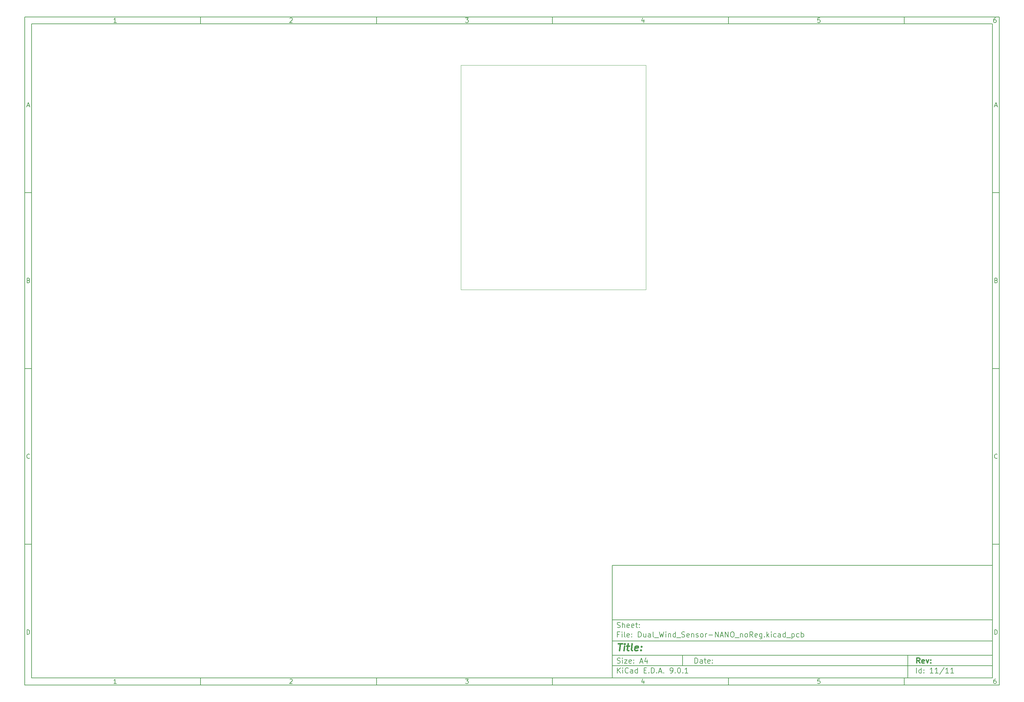
<source format=gbr>
%TF.GenerationSoftware,KiCad,Pcbnew,9.0.1*%
%TF.CreationDate,2025-07-06T08:30:04+03:00*%
%TF.ProjectId,Dual_Wind_Sensor-NANO_noReg,4475616c-5f57-4696-9e64-5f53656e736f,rev?*%
%TF.SameCoordinates,Original*%
%TF.FileFunction,Profile,NP*%
%FSLAX46Y46*%
G04 Gerber Fmt 4.6, Leading zero omitted, Abs format (unit mm)*
G04 Created by KiCad (PCBNEW 9.0.1) date 2025-07-06 08:30:04*
%MOMM*%
%LPD*%
G01*
G04 APERTURE LIST*
%ADD10C,0.100000*%
%ADD11C,0.150000*%
%ADD12C,0.300000*%
%ADD13C,0.400000*%
%TA.AperFunction,Profile*%
%ADD14C,0.038100*%
%TD*%
G04 APERTURE END LIST*
D10*
D11*
X177002200Y-166007200D02*
X285002200Y-166007200D01*
X285002200Y-198007200D01*
X177002200Y-198007200D01*
X177002200Y-166007200D01*
D10*
D11*
X10000000Y-10000000D02*
X287002200Y-10000000D01*
X287002200Y-200007200D01*
X10000000Y-200007200D01*
X10000000Y-10000000D01*
D10*
D11*
X12000000Y-12000000D02*
X285002200Y-12000000D01*
X285002200Y-198007200D01*
X12000000Y-198007200D01*
X12000000Y-12000000D01*
D10*
D11*
X60000000Y-12000000D02*
X60000000Y-10000000D01*
D10*
D11*
X110000000Y-12000000D02*
X110000000Y-10000000D01*
D10*
D11*
X160000000Y-12000000D02*
X160000000Y-10000000D01*
D10*
D11*
X210000000Y-12000000D02*
X210000000Y-10000000D01*
D10*
D11*
X260000000Y-12000000D02*
X260000000Y-10000000D01*
D10*
D11*
X36089160Y-11593604D02*
X35346303Y-11593604D01*
X35717731Y-11593604D02*
X35717731Y-10293604D01*
X35717731Y-10293604D02*
X35593922Y-10479319D01*
X35593922Y-10479319D02*
X35470112Y-10603128D01*
X35470112Y-10603128D02*
X35346303Y-10665033D01*
D10*
D11*
X85346303Y-10417414D02*
X85408207Y-10355509D01*
X85408207Y-10355509D02*
X85532017Y-10293604D01*
X85532017Y-10293604D02*
X85841541Y-10293604D01*
X85841541Y-10293604D02*
X85965350Y-10355509D01*
X85965350Y-10355509D02*
X86027255Y-10417414D01*
X86027255Y-10417414D02*
X86089160Y-10541223D01*
X86089160Y-10541223D02*
X86089160Y-10665033D01*
X86089160Y-10665033D02*
X86027255Y-10850747D01*
X86027255Y-10850747D02*
X85284398Y-11593604D01*
X85284398Y-11593604D02*
X86089160Y-11593604D01*
D10*
D11*
X135284398Y-10293604D02*
X136089160Y-10293604D01*
X136089160Y-10293604D02*
X135655826Y-10788842D01*
X135655826Y-10788842D02*
X135841541Y-10788842D01*
X135841541Y-10788842D02*
X135965350Y-10850747D01*
X135965350Y-10850747D02*
X136027255Y-10912652D01*
X136027255Y-10912652D02*
X136089160Y-11036461D01*
X136089160Y-11036461D02*
X136089160Y-11345985D01*
X136089160Y-11345985D02*
X136027255Y-11469795D01*
X136027255Y-11469795D02*
X135965350Y-11531700D01*
X135965350Y-11531700D02*
X135841541Y-11593604D01*
X135841541Y-11593604D02*
X135470112Y-11593604D01*
X135470112Y-11593604D02*
X135346303Y-11531700D01*
X135346303Y-11531700D02*
X135284398Y-11469795D01*
D10*
D11*
X185965350Y-10726938D02*
X185965350Y-11593604D01*
X185655826Y-10231700D02*
X185346303Y-11160271D01*
X185346303Y-11160271D02*
X186151064Y-11160271D01*
D10*
D11*
X236027255Y-10293604D02*
X235408207Y-10293604D01*
X235408207Y-10293604D02*
X235346303Y-10912652D01*
X235346303Y-10912652D02*
X235408207Y-10850747D01*
X235408207Y-10850747D02*
X235532017Y-10788842D01*
X235532017Y-10788842D02*
X235841541Y-10788842D01*
X235841541Y-10788842D02*
X235965350Y-10850747D01*
X235965350Y-10850747D02*
X236027255Y-10912652D01*
X236027255Y-10912652D02*
X236089160Y-11036461D01*
X236089160Y-11036461D02*
X236089160Y-11345985D01*
X236089160Y-11345985D02*
X236027255Y-11469795D01*
X236027255Y-11469795D02*
X235965350Y-11531700D01*
X235965350Y-11531700D02*
X235841541Y-11593604D01*
X235841541Y-11593604D02*
X235532017Y-11593604D01*
X235532017Y-11593604D02*
X235408207Y-11531700D01*
X235408207Y-11531700D02*
X235346303Y-11469795D01*
D10*
D11*
X285965350Y-10293604D02*
X285717731Y-10293604D01*
X285717731Y-10293604D02*
X285593922Y-10355509D01*
X285593922Y-10355509D02*
X285532017Y-10417414D01*
X285532017Y-10417414D02*
X285408207Y-10603128D01*
X285408207Y-10603128D02*
X285346303Y-10850747D01*
X285346303Y-10850747D02*
X285346303Y-11345985D01*
X285346303Y-11345985D02*
X285408207Y-11469795D01*
X285408207Y-11469795D02*
X285470112Y-11531700D01*
X285470112Y-11531700D02*
X285593922Y-11593604D01*
X285593922Y-11593604D02*
X285841541Y-11593604D01*
X285841541Y-11593604D02*
X285965350Y-11531700D01*
X285965350Y-11531700D02*
X286027255Y-11469795D01*
X286027255Y-11469795D02*
X286089160Y-11345985D01*
X286089160Y-11345985D02*
X286089160Y-11036461D01*
X286089160Y-11036461D02*
X286027255Y-10912652D01*
X286027255Y-10912652D02*
X285965350Y-10850747D01*
X285965350Y-10850747D02*
X285841541Y-10788842D01*
X285841541Y-10788842D02*
X285593922Y-10788842D01*
X285593922Y-10788842D02*
X285470112Y-10850747D01*
X285470112Y-10850747D02*
X285408207Y-10912652D01*
X285408207Y-10912652D02*
X285346303Y-11036461D01*
D10*
D11*
X60000000Y-198007200D02*
X60000000Y-200007200D01*
D10*
D11*
X110000000Y-198007200D02*
X110000000Y-200007200D01*
D10*
D11*
X160000000Y-198007200D02*
X160000000Y-200007200D01*
D10*
D11*
X210000000Y-198007200D02*
X210000000Y-200007200D01*
D10*
D11*
X260000000Y-198007200D02*
X260000000Y-200007200D01*
D10*
D11*
X36089160Y-199600804D02*
X35346303Y-199600804D01*
X35717731Y-199600804D02*
X35717731Y-198300804D01*
X35717731Y-198300804D02*
X35593922Y-198486519D01*
X35593922Y-198486519D02*
X35470112Y-198610328D01*
X35470112Y-198610328D02*
X35346303Y-198672233D01*
D10*
D11*
X85346303Y-198424614D02*
X85408207Y-198362709D01*
X85408207Y-198362709D02*
X85532017Y-198300804D01*
X85532017Y-198300804D02*
X85841541Y-198300804D01*
X85841541Y-198300804D02*
X85965350Y-198362709D01*
X85965350Y-198362709D02*
X86027255Y-198424614D01*
X86027255Y-198424614D02*
X86089160Y-198548423D01*
X86089160Y-198548423D02*
X86089160Y-198672233D01*
X86089160Y-198672233D02*
X86027255Y-198857947D01*
X86027255Y-198857947D02*
X85284398Y-199600804D01*
X85284398Y-199600804D02*
X86089160Y-199600804D01*
D10*
D11*
X135284398Y-198300804D02*
X136089160Y-198300804D01*
X136089160Y-198300804D02*
X135655826Y-198796042D01*
X135655826Y-198796042D02*
X135841541Y-198796042D01*
X135841541Y-198796042D02*
X135965350Y-198857947D01*
X135965350Y-198857947D02*
X136027255Y-198919852D01*
X136027255Y-198919852D02*
X136089160Y-199043661D01*
X136089160Y-199043661D02*
X136089160Y-199353185D01*
X136089160Y-199353185D02*
X136027255Y-199476995D01*
X136027255Y-199476995D02*
X135965350Y-199538900D01*
X135965350Y-199538900D02*
X135841541Y-199600804D01*
X135841541Y-199600804D02*
X135470112Y-199600804D01*
X135470112Y-199600804D02*
X135346303Y-199538900D01*
X135346303Y-199538900D02*
X135284398Y-199476995D01*
D10*
D11*
X185965350Y-198734138D02*
X185965350Y-199600804D01*
X185655826Y-198238900D02*
X185346303Y-199167471D01*
X185346303Y-199167471D02*
X186151064Y-199167471D01*
D10*
D11*
X236027255Y-198300804D02*
X235408207Y-198300804D01*
X235408207Y-198300804D02*
X235346303Y-198919852D01*
X235346303Y-198919852D02*
X235408207Y-198857947D01*
X235408207Y-198857947D02*
X235532017Y-198796042D01*
X235532017Y-198796042D02*
X235841541Y-198796042D01*
X235841541Y-198796042D02*
X235965350Y-198857947D01*
X235965350Y-198857947D02*
X236027255Y-198919852D01*
X236027255Y-198919852D02*
X236089160Y-199043661D01*
X236089160Y-199043661D02*
X236089160Y-199353185D01*
X236089160Y-199353185D02*
X236027255Y-199476995D01*
X236027255Y-199476995D02*
X235965350Y-199538900D01*
X235965350Y-199538900D02*
X235841541Y-199600804D01*
X235841541Y-199600804D02*
X235532017Y-199600804D01*
X235532017Y-199600804D02*
X235408207Y-199538900D01*
X235408207Y-199538900D02*
X235346303Y-199476995D01*
D10*
D11*
X285965350Y-198300804D02*
X285717731Y-198300804D01*
X285717731Y-198300804D02*
X285593922Y-198362709D01*
X285593922Y-198362709D02*
X285532017Y-198424614D01*
X285532017Y-198424614D02*
X285408207Y-198610328D01*
X285408207Y-198610328D02*
X285346303Y-198857947D01*
X285346303Y-198857947D02*
X285346303Y-199353185D01*
X285346303Y-199353185D02*
X285408207Y-199476995D01*
X285408207Y-199476995D02*
X285470112Y-199538900D01*
X285470112Y-199538900D02*
X285593922Y-199600804D01*
X285593922Y-199600804D02*
X285841541Y-199600804D01*
X285841541Y-199600804D02*
X285965350Y-199538900D01*
X285965350Y-199538900D02*
X286027255Y-199476995D01*
X286027255Y-199476995D02*
X286089160Y-199353185D01*
X286089160Y-199353185D02*
X286089160Y-199043661D01*
X286089160Y-199043661D02*
X286027255Y-198919852D01*
X286027255Y-198919852D02*
X285965350Y-198857947D01*
X285965350Y-198857947D02*
X285841541Y-198796042D01*
X285841541Y-198796042D02*
X285593922Y-198796042D01*
X285593922Y-198796042D02*
X285470112Y-198857947D01*
X285470112Y-198857947D02*
X285408207Y-198919852D01*
X285408207Y-198919852D02*
X285346303Y-199043661D01*
D10*
D11*
X10000000Y-60000000D02*
X12000000Y-60000000D01*
D10*
D11*
X10000000Y-110000000D02*
X12000000Y-110000000D01*
D10*
D11*
X10000000Y-160000000D02*
X12000000Y-160000000D01*
D10*
D11*
X10690476Y-35222176D02*
X11309523Y-35222176D01*
X10566666Y-35593604D02*
X10999999Y-34293604D01*
X10999999Y-34293604D02*
X11433333Y-35593604D01*
D10*
D11*
X11092857Y-84912652D02*
X11278571Y-84974557D01*
X11278571Y-84974557D02*
X11340476Y-85036461D01*
X11340476Y-85036461D02*
X11402380Y-85160271D01*
X11402380Y-85160271D02*
X11402380Y-85345985D01*
X11402380Y-85345985D02*
X11340476Y-85469795D01*
X11340476Y-85469795D02*
X11278571Y-85531700D01*
X11278571Y-85531700D02*
X11154761Y-85593604D01*
X11154761Y-85593604D02*
X10659523Y-85593604D01*
X10659523Y-85593604D02*
X10659523Y-84293604D01*
X10659523Y-84293604D02*
X11092857Y-84293604D01*
X11092857Y-84293604D02*
X11216666Y-84355509D01*
X11216666Y-84355509D02*
X11278571Y-84417414D01*
X11278571Y-84417414D02*
X11340476Y-84541223D01*
X11340476Y-84541223D02*
X11340476Y-84665033D01*
X11340476Y-84665033D02*
X11278571Y-84788842D01*
X11278571Y-84788842D02*
X11216666Y-84850747D01*
X11216666Y-84850747D02*
X11092857Y-84912652D01*
X11092857Y-84912652D02*
X10659523Y-84912652D01*
D10*
D11*
X11402380Y-135469795D02*
X11340476Y-135531700D01*
X11340476Y-135531700D02*
X11154761Y-135593604D01*
X11154761Y-135593604D02*
X11030952Y-135593604D01*
X11030952Y-135593604D02*
X10845238Y-135531700D01*
X10845238Y-135531700D02*
X10721428Y-135407890D01*
X10721428Y-135407890D02*
X10659523Y-135284080D01*
X10659523Y-135284080D02*
X10597619Y-135036461D01*
X10597619Y-135036461D02*
X10597619Y-134850747D01*
X10597619Y-134850747D02*
X10659523Y-134603128D01*
X10659523Y-134603128D02*
X10721428Y-134479319D01*
X10721428Y-134479319D02*
X10845238Y-134355509D01*
X10845238Y-134355509D02*
X11030952Y-134293604D01*
X11030952Y-134293604D02*
X11154761Y-134293604D01*
X11154761Y-134293604D02*
X11340476Y-134355509D01*
X11340476Y-134355509D02*
X11402380Y-134417414D01*
D10*
D11*
X10659523Y-185593604D02*
X10659523Y-184293604D01*
X10659523Y-184293604D02*
X10969047Y-184293604D01*
X10969047Y-184293604D02*
X11154761Y-184355509D01*
X11154761Y-184355509D02*
X11278571Y-184479319D01*
X11278571Y-184479319D02*
X11340476Y-184603128D01*
X11340476Y-184603128D02*
X11402380Y-184850747D01*
X11402380Y-184850747D02*
X11402380Y-185036461D01*
X11402380Y-185036461D02*
X11340476Y-185284080D01*
X11340476Y-185284080D02*
X11278571Y-185407890D01*
X11278571Y-185407890D02*
X11154761Y-185531700D01*
X11154761Y-185531700D02*
X10969047Y-185593604D01*
X10969047Y-185593604D02*
X10659523Y-185593604D01*
D10*
D11*
X287002200Y-60000000D02*
X285002200Y-60000000D01*
D10*
D11*
X287002200Y-110000000D02*
X285002200Y-110000000D01*
D10*
D11*
X287002200Y-160000000D02*
X285002200Y-160000000D01*
D10*
D11*
X285692676Y-35222176D02*
X286311723Y-35222176D01*
X285568866Y-35593604D02*
X286002199Y-34293604D01*
X286002199Y-34293604D02*
X286435533Y-35593604D01*
D10*
D11*
X286095057Y-84912652D02*
X286280771Y-84974557D01*
X286280771Y-84974557D02*
X286342676Y-85036461D01*
X286342676Y-85036461D02*
X286404580Y-85160271D01*
X286404580Y-85160271D02*
X286404580Y-85345985D01*
X286404580Y-85345985D02*
X286342676Y-85469795D01*
X286342676Y-85469795D02*
X286280771Y-85531700D01*
X286280771Y-85531700D02*
X286156961Y-85593604D01*
X286156961Y-85593604D02*
X285661723Y-85593604D01*
X285661723Y-85593604D02*
X285661723Y-84293604D01*
X285661723Y-84293604D02*
X286095057Y-84293604D01*
X286095057Y-84293604D02*
X286218866Y-84355509D01*
X286218866Y-84355509D02*
X286280771Y-84417414D01*
X286280771Y-84417414D02*
X286342676Y-84541223D01*
X286342676Y-84541223D02*
X286342676Y-84665033D01*
X286342676Y-84665033D02*
X286280771Y-84788842D01*
X286280771Y-84788842D02*
X286218866Y-84850747D01*
X286218866Y-84850747D02*
X286095057Y-84912652D01*
X286095057Y-84912652D02*
X285661723Y-84912652D01*
D10*
D11*
X286404580Y-135469795D02*
X286342676Y-135531700D01*
X286342676Y-135531700D02*
X286156961Y-135593604D01*
X286156961Y-135593604D02*
X286033152Y-135593604D01*
X286033152Y-135593604D02*
X285847438Y-135531700D01*
X285847438Y-135531700D02*
X285723628Y-135407890D01*
X285723628Y-135407890D02*
X285661723Y-135284080D01*
X285661723Y-135284080D02*
X285599819Y-135036461D01*
X285599819Y-135036461D02*
X285599819Y-134850747D01*
X285599819Y-134850747D02*
X285661723Y-134603128D01*
X285661723Y-134603128D02*
X285723628Y-134479319D01*
X285723628Y-134479319D02*
X285847438Y-134355509D01*
X285847438Y-134355509D02*
X286033152Y-134293604D01*
X286033152Y-134293604D02*
X286156961Y-134293604D01*
X286156961Y-134293604D02*
X286342676Y-134355509D01*
X286342676Y-134355509D02*
X286404580Y-134417414D01*
D10*
D11*
X285661723Y-185593604D02*
X285661723Y-184293604D01*
X285661723Y-184293604D02*
X285971247Y-184293604D01*
X285971247Y-184293604D02*
X286156961Y-184355509D01*
X286156961Y-184355509D02*
X286280771Y-184479319D01*
X286280771Y-184479319D02*
X286342676Y-184603128D01*
X286342676Y-184603128D02*
X286404580Y-184850747D01*
X286404580Y-184850747D02*
X286404580Y-185036461D01*
X286404580Y-185036461D02*
X286342676Y-185284080D01*
X286342676Y-185284080D02*
X286280771Y-185407890D01*
X286280771Y-185407890D02*
X286156961Y-185531700D01*
X286156961Y-185531700D02*
X285971247Y-185593604D01*
X285971247Y-185593604D02*
X285661723Y-185593604D01*
D10*
D11*
X200458026Y-193793328D02*
X200458026Y-192293328D01*
X200458026Y-192293328D02*
X200815169Y-192293328D01*
X200815169Y-192293328D02*
X201029455Y-192364757D01*
X201029455Y-192364757D02*
X201172312Y-192507614D01*
X201172312Y-192507614D02*
X201243741Y-192650471D01*
X201243741Y-192650471D02*
X201315169Y-192936185D01*
X201315169Y-192936185D02*
X201315169Y-193150471D01*
X201315169Y-193150471D02*
X201243741Y-193436185D01*
X201243741Y-193436185D02*
X201172312Y-193579042D01*
X201172312Y-193579042D02*
X201029455Y-193721900D01*
X201029455Y-193721900D02*
X200815169Y-193793328D01*
X200815169Y-193793328D02*
X200458026Y-193793328D01*
X202600884Y-193793328D02*
X202600884Y-193007614D01*
X202600884Y-193007614D02*
X202529455Y-192864757D01*
X202529455Y-192864757D02*
X202386598Y-192793328D01*
X202386598Y-192793328D02*
X202100884Y-192793328D01*
X202100884Y-192793328D02*
X201958026Y-192864757D01*
X202600884Y-193721900D02*
X202458026Y-193793328D01*
X202458026Y-193793328D02*
X202100884Y-193793328D01*
X202100884Y-193793328D02*
X201958026Y-193721900D01*
X201958026Y-193721900D02*
X201886598Y-193579042D01*
X201886598Y-193579042D02*
X201886598Y-193436185D01*
X201886598Y-193436185D02*
X201958026Y-193293328D01*
X201958026Y-193293328D02*
X202100884Y-193221900D01*
X202100884Y-193221900D02*
X202458026Y-193221900D01*
X202458026Y-193221900D02*
X202600884Y-193150471D01*
X203100884Y-192793328D02*
X203672312Y-192793328D01*
X203315169Y-192293328D02*
X203315169Y-193579042D01*
X203315169Y-193579042D02*
X203386598Y-193721900D01*
X203386598Y-193721900D02*
X203529455Y-193793328D01*
X203529455Y-193793328D02*
X203672312Y-193793328D01*
X204743741Y-193721900D02*
X204600884Y-193793328D01*
X204600884Y-193793328D02*
X204315170Y-193793328D01*
X204315170Y-193793328D02*
X204172312Y-193721900D01*
X204172312Y-193721900D02*
X204100884Y-193579042D01*
X204100884Y-193579042D02*
X204100884Y-193007614D01*
X204100884Y-193007614D02*
X204172312Y-192864757D01*
X204172312Y-192864757D02*
X204315170Y-192793328D01*
X204315170Y-192793328D02*
X204600884Y-192793328D01*
X204600884Y-192793328D02*
X204743741Y-192864757D01*
X204743741Y-192864757D02*
X204815170Y-193007614D01*
X204815170Y-193007614D02*
X204815170Y-193150471D01*
X204815170Y-193150471D02*
X204100884Y-193293328D01*
X205458026Y-193650471D02*
X205529455Y-193721900D01*
X205529455Y-193721900D02*
X205458026Y-193793328D01*
X205458026Y-193793328D02*
X205386598Y-193721900D01*
X205386598Y-193721900D02*
X205458026Y-193650471D01*
X205458026Y-193650471D02*
X205458026Y-193793328D01*
X205458026Y-192864757D02*
X205529455Y-192936185D01*
X205529455Y-192936185D02*
X205458026Y-193007614D01*
X205458026Y-193007614D02*
X205386598Y-192936185D01*
X205386598Y-192936185D02*
X205458026Y-192864757D01*
X205458026Y-192864757D02*
X205458026Y-193007614D01*
D10*
D11*
X177002200Y-194507200D02*
X285002200Y-194507200D01*
D10*
D11*
X178458026Y-196593328D02*
X178458026Y-195093328D01*
X179315169Y-196593328D02*
X178672312Y-195736185D01*
X179315169Y-195093328D02*
X178458026Y-195950471D01*
X179958026Y-196593328D02*
X179958026Y-195593328D01*
X179958026Y-195093328D02*
X179886598Y-195164757D01*
X179886598Y-195164757D02*
X179958026Y-195236185D01*
X179958026Y-195236185D02*
X180029455Y-195164757D01*
X180029455Y-195164757D02*
X179958026Y-195093328D01*
X179958026Y-195093328D02*
X179958026Y-195236185D01*
X181529455Y-196450471D02*
X181458027Y-196521900D01*
X181458027Y-196521900D02*
X181243741Y-196593328D01*
X181243741Y-196593328D02*
X181100884Y-196593328D01*
X181100884Y-196593328D02*
X180886598Y-196521900D01*
X180886598Y-196521900D02*
X180743741Y-196379042D01*
X180743741Y-196379042D02*
X180672312Y-196236185D01*
X180672312Y-196236185D02*
X180600884Y-195950471D01*
X180600884Y-195950471D02*
X180600884Y-195736185D01*
X180600884Y-195736185D02*
X180672312Y-195450471D01*
X180672312Y-195450471D02*
X180743741Y-195307614D01*
X180743741Y-195307614D02*
X180886598Y-195164757D01*
X180886598Y-195164757D02*
X181100884Y-195093328D01*
X181100884Y-195093328D02*
X181243741Y-195093328D01*
X181243741Y-195093328D02*
X181458027Y-195164757D01*
X181458027Y-195164757D02*
X181529455Y-195236185D01*
X182815170Y-196593328D02*
X182815170Y-195807614D01*
X182815170Y-195807614D02*
X182743741Y-195664757D01*
X182743741Y-195664757D02*
X182600884Y-195593328D01*
X182600884Y-195593328D02*
X182315170Y-195593328D01*
X182315170Y-195593328D02*
X182172312Y-195664757D01*
X182815170Y-196521900D02*
X182672312Y-196593328D01*
X182672312Y-196593328D02*
X182315170Y-196593328D01*
X182315170Y-196593328D02*
X182172312Y-196521900D01*
X182172312Y-196521900D02*
X182100884Y-196379042D01*
X182100884Y-196379042D02*
X182100884Y-196236185D01*
X182100884Y-196236185D02*
X182172312Y-196093328D01*
X182172312Y-196093328D02*
X182315170Y-196021900D01*
X182315170Y-196021900D02*
X182672312Y-196021900D01*
X182672312Y-196021900D02*
X182815170Y-195950471D01*
X184172313Y-196593328D02*
X184172313Y-195093328D01*
X184172313Y-196521900D02*
X184029455Y-196593328D01*
X184029455Y-196593328D02*
X183743741Y-196593328D01*
X183743741Y-196593328D02*
X183600884Y-196521900D01*
X183600884Y-196521900D02*
X183529455Y-196450471D01*
X183529455Y-196450471D02*
X183458027Y-196307614D01*
X183458027Y-196307614D02*
X183458027Y-195879042D01*
X183458027Y-195879042D02*
X183529455Y-195736185D01*
X183529455Y-195736185D02*
X183600884Y-195664757D01*
X183600884Y-195664757D02*
X183743741Y-195593328D01*
X183743741Y-195593328D02*
X184029455Y-195593328D01*
X184029455Y-195593328D02*
X184172313Y-195664757D01*
X186029455Y-195807614D02*
X186529455Y-195807614D01*
X186743741Y-196593328D02*
X186029455Y-196593328D01*
X186029455Y-196593328D02*
X186029455Y-195093328D01*
X186029455Y-195093328D02*
X186743741Y-195093328D01*
X187386598Y-196450471D02*
X187458027Y-196521900D01*
X187458027Y-196521900D02*
X187386598Y-196593328D01*
X187386598Y-196593328D02*
X187315170Y-196521900D01*
X187315170Y-196521900D02*
X187386598Y-196450471D01*
X187386598Y-196450471D02*
X187386598Y-196593328D01*
X188100884Y-196593328D02*
X188100884Y-195093328D01*
X188100884Y-195093328D02*
X188458027Y-195093328D01*
X188458027Y-195093328D02*
X188672313Y-195164757D01*
X188672313Y-195164757D02*
X188815170Y-195307614D01*
X188815170Y-195307614D02*
X188886599Y-195450471D01*
X188886599Y-195450471D02*
X188958027Y-195736185D01*
X188958027Y-195736185D02*
X188958027Y-195950471D01*
X188958027Y-195950471D02*
X188886599Y-196236185D01*
X188886599Y-196236185D02*
X188815170Y-196379042D01*
X188815170Y-196379042D02*
X188672313Y-196521900D01*
X188672313Y-196521900D02*
X188458027Y-196593328D01*
X188458027Y-196593328D02*
X188100884Y-196593328D01*
X189600884Y-196450471D02*
X189672313Y-196521900D01*
X189672313Y-196521900D02*
X189600884Y-196593328D01*
X189600884Y-196593328D02*
X189529456Y-196521900D01*
X189529456Y-196521900D02*
X189600884Y-196450471D01*
X189600884Y-196450471D02*
X189600884Y-196593328D01*
X190243742Y-196164757D02*
X190958028Y-196164757D01*
X190100885Y-196593328D02*
X190600885Y-195093328D01*
X190600885Y-195093328D02*
X191100885Y-196593328D01*
X191600884Y-196450471D02*
X191672313Y-196521900D01*
X191672313Y-196521900D02*
X191600884Y-196593328D01*
X191600884Y-196593328D02*
X191529456Y-196521900D01*
X191529456Y-196521900D02*
X191600884Y-196450471D01*
X191600884Y-196450471D02*
X191600884Y-196593328D01*
X193529456Y-196593328D02*
X193815170Y-196593328D01*
X193815170Y-196593328D02*
X193958027Y-196521900D01*
X193958027Y-196521900D02*
X194029456Y-196450471D01*
X194029456Y-196450471D02*
X194172313Y-196236185D01*
X194172313Y-196236185D02*
X194243742Y-195950471D01*
X194243742Y-195950471D02*
X194243742Y-195379042D01*
X194243742Y-195379042D02*
X194172313Y-195236185D01*
X194172313Y-195236185D02*
X194100885Y-195164757D01*
X194100885Y-195164757D02*
X193958027Y-195093328D01*
X193958027Y-195093328D02*
X193672313Y-195093328D01*
X193672313Y-195093328D02*
X193529456Y-195164757D01*
X193529456Y-195164757D02*
X193458027Y-195236185D01*
X193458027Y-195236185D02*
X193386599Y-195379042D01*
X193386599Y-195379042D02*
X193386599Y-195736185D01*
X193386599Y-195736185D02*
X193458027Y-195879042D01*
X193458027Y-195879042D02*
X193529456Y-195950471D01*
X193529456Y-195950471D02*
X193672313Y-196021900D01*
X193672313Y-196021900D02*
X193958027Y-196021900D01*
X193958027Y-196021900D02*
X194100885Y-195950471D01*
X194100885Y-195950471D02*
X194172313Y-195879042D01*
X194172313Y-195879042D02*
X194243742Y-195736185D01*
X194886598Y-196450471D02*
X194958027Y-196521900D01*
X194958027Y-196521900D02*
X194886598Y-196593328D01*
X194886598Y-196593328D02*
X194815170Y-196521900D01*
X194815170Y-196521900D02*
X194886598Y-196450471D01*
X194886598Y-196450471D02*
X194886598Y-196593328D01*
X195886599Y-195093328D02*
X196029456Y-195093328D01*
X196029456Y-195093328D02*
X196172313Y-195164757D01*
X196172313Y-195164757D02*
X196243742Y-195236185D01*
X196243742Y-195236185D02*
X196315170Y-195379042D01*
X196315170Y-195379042D02*
X196386599Y-195664757D01*
X196386599Y-195664757D02*
X196386599Y-196021900D01*
X196386599Y-196021900D02*
X196315170Y-196307614D01*
X196315170Y-196307614D02*
X196243742Y-196450471D01*
X196243742Y-196450471D02*
X196172313Y-196521900D01*
X196172313Y-196521900D02*
X196029456Y-196593328D01*
X196029456Y-196593328D02*
X195886599Y-196593328D01*
X195886599Y-196593328D02*
X195743742Y-196521900D01*
X195743742Y-196521900D02*
X195672313Y-196450471D01*
X195672313Y-196450471D02*
X195600884Y-196307614D01*
X195600884Y-196307614D02*
X195529456Y-196021900D01*
X195529456Y-196021900D02*
X195529456Y-195664757D01*
X195529456Y-195664757D02*
X195600884Y-195379042D01*
X195600884Y-195379042D02*
X195672313Y-195236185D01*
X195672313Y-195236185D02*
X195743742Y-195164757D01*
X195743742Y-195164757D02*
X195886599Y-195093328D01*
X197029455Y-196450471D02*
X197100884Y-196521900D01*
X197100884Y-196521900D02*
X197029455Y-196593328D01*
X197029455Y-196593328D02*
X196958027Y-196521900D01*
X196958027Y-196521900D02*
X197029455Y-196450471D01*
X197029455Y-196450471D02*
X197029455Y-196593328D01*
X198529456Y-196593328D02*
X197672313Y-196593328D01*
X198100884Y-196593328D02*
X198100884Y-195093328D01*
X198100884Y-195093328D02*
X197958027Y-195307614D01*
X197958027Y-195307614D02*
X197815170Y-195450471D01*
X197815170Y-195450471D02*
X197672313Y-195521900D01*
D10*
D11*
X177002200Y-191507200D02*
X285002200Y-191507200D01*
D10*
D12*
X264413853Y-193785528D02*
X263913853Y-193071242D01*
X263556710Y-193785528D02*
X263556710Y-192285528D01*
X263556710Y-192285528D02*
X264128139Y-192285528D01*
X264128139Y-192285528D02*
X264270996Y-192356957D01*
X264270996Y-192356957D02*
X264342425Y-192428385D01*
X264342425Y-192428385D02*
X264413853Y-192571242D01*
X264413853Y-192571242D02*
X264413853Y-192785528D01*
X264413853Y-192785528D02*
X264342425Y-192928385D01*
X264342425Y-192928385D02*
X264270996Y-192999814D01*
X264270996Y-192999814D02*
X264128139Y-193071242D01*
X264128139Y-193071242D02*
X263556710Y-193071242D01*
X265628139Y-193714100D02*
X265485282Y-193785528D01*
X265485282Y-193785528D02*
X265199568Y-193785528D01*
X265199568Y-193785528D02*
X265056710Y-193714100D01*
X265056710Y-193714100D02*
X264985282Y-193571242D01*
X264985282Y-193571242D02*
X264985282Y-192999814D01*
X264985282Y-192999814D02*
X265056710Y-192856957D01*
X265056710Y-192856957D02*
X265199568Y-192785528D01*
X265199568Y-192785528D02*
X265485282Y-192785528D01*
X265485282Y-192785528D02*
X265628139Y-192856957D01*
X265628139Y-192856957D02*
X265699568Y-192999814D01*
X265699568Y-192999814D02*
X265699568Y-193142671D01*
X265699568Y-193142671D02*
X264985282Y-193285528D01*
X266199567Y-192785528D02*
X266556710Y-193785528D01*
X266556710Y-193785528D02*
X266913853Y-192785528D01*
X267485281Y-193642671D02*
X267556710Y-193714100D01*
X267556710Y-193714100D02*
X267485281Y-193785528D01*
X267485281Y-193785528D02*
X267413853Y-193714100D01*
X267413853Y-193714100D02*
X267485281Y-193642671D01*
X267485281Y-193642671D02*
X267485281Y-193785528D01*
X267485281Y-192856957D02*
X267556710Y-192928385D01*
X267556710Y-192928385D02*
X267485281Y-192999814D01*
X267485281Y-192999814D02*
X267413853Y-192928385D01*
X267413853Y-192928385D02*
X267485281Y-192856957D01*
X267485281Y-192856957D02*
X267485281Y-192999814D01*
D10*
D11*
X178386598Y-193721900D02*
X178600884Y-193793328D01*
X178600884Y-193793328D02*
X178958026Y-193793328D01*
X178958026Y-193793328D02*
X179100884Y-193721900D01*
X179100884Y-193721900D02*
X179172312Y-193650471D01*
X179172312Y-193650471D02*
X179243741Y-193507614D01*
X179243741Y-193507614D02*
X179243741Y-193364757D01*
X179243741Y-193364757D02*
X179172312Y-193221900D01*
X179172312Y-193221900D02*
X179100884Y-193150471D01*
X179100884Y-193150471D02*
X178958026Y-193079042D01*
X178958026Y-193079042D02*
X178672312Y-193007614D01*
X178672312Y-193007614D02*
X178529455Y-192936185D01*
X178529455Y-192936185D02*
X178458026Y-192864757D01*
X178458026Y-192864757D02*
X178386598Y-192721900D01*
X178386598Y-192721900D02*
X178386598Y-192579042D01*
X178386598Y-192579042D02*
X178458026Y-192436185D01*
X178458026Y-192436185D02*
X178529455Y-192364757D01*
X178529455Y-192364757D02*
X178672312Y-192293328D01*
X178672312Y-192293328D02*
X179029455Y-192293328D01*
X179029455Y-192293328D02*
X179243741Y-192364757D01*
X179886597Y-193793328D02*
X179886597Y-192793328D01*
X179886597Y-192293328D02*
X179815169Y-192364757D01*
X179815169Y-192364757D02*
X179886597Y-192436185D01*
X179886597Y-192436185D02*
X179958026Y-192364757D01*
X179958026Y-192364757D02*
X179886597Y-192293328D01*
X179886597Y-192293328D02*
X179886597Y-192436185D01*
X180458026Y-192793328D02*
X181243741Y-192793328D01*
X181243741Y-192793328D02*
X180458026Y-193793328D01*
X180458026Y-193793328D02*
X181243741Y-193793328D01*
X182386598Y-193721900D02*
X182243741Y-193793328D01*
X182243741Y-193793328D02*
X181958027Y-193793328D01*
X181958027Y-193793328D02*
X181815169Y-193721900D01*
X181815169Y-193721900D02*
X181743741Y-193579042D01*
X181743741Y-193579042D02*
X181743741Y-193007614D01*
X181743741Y-193007614D02*
X181815169Y-192864757D01*
X181815169Y-192864757D02*
X181958027Y-192793328D01*
X181958027Y-192793328D02*
X182243741Y-192793328D01*
X182243741Y-192793328D02*
X182386598Y-192864757D01*
X182386598Y-192864757D02*
X182458027Y-193007614D01*
X182458027Y-193007614D02*
X182458027Y-193150471D01*
X182458027Y-193150471D02*
X181743741Y-193293328D01*
X183100883Y-193650471D02*
X183172312Y-193721900D01*
X183172312Y-193721900D02*
X183100883Y-193793328D01*
X183100883Y-193793328D02*
X183029455Y-193721900D01*
X183029455Y-193721900D02*
X183100883Y-193650471D01*
X183100883Y-193650471D02*
X183100883Y-193793328D01*
X183100883Y-192864757D02*
X183172312Y-192936185D01*
X183172312Y-192936185D02*
X183100883Y-193007614D01*
X183100883Y-193007614D02*
X183029455Y-192936185D01*
X183029455Y-192936185D02*
X183100883Y-192864757D01*
X183100883Y-192864757D02*
X183100883Y-193007614D01*
X184886598Y-193364757D02*
X185600884Y-193364757D01*
X184743741Y-193793328D02*
X185243741Y-192293328D01*
X185243741Y-192293328D02*
X185743741Y-193793328D01*
X186886598Y-192793328D02*
X186886598Y-193793328D01*
X186529455Y-192221900D02*
X186172312Y-193293328D01*
X186172312Y-193293328D02*
X187100883Y-193293328D01*
D10*
D11*
X263458026Y-196593328D02*
X263458026Y-195093328D01*
X264815170Y-196593328D02*
X264815170Y-195093328D01*
X264815170Y-196521900D02*
X264672312Y-196593328D01*
X264672312Y-196593328D02*
X264386598Y-196593328D01*
X264386598Y-196593328D02*
X264243741Y-196521900D01*
X264243741Y-196521900D02*
X264172312Y-196450471D01*
X264172312Y-196450471D02*
X264100884Y-196307614D01*
X264100884Y-196307614D02*
X264100884Y-195879042D01*
X264100884Y-195879042D02*
X264172312Y-195736185D01*
X264172312Y-195736185D02*
X264243741Y-195664757D01*
X264243741Y-195664757D02*
X264386598Y-195593328D01*
X264386598Y-195593328D02*
X264672312Y-195593328D01*
X264672312Y-195593328D02*
X264815170Y-195664757D01*
X265529455Y-196450471D02*
X265600884Y-196521900D01*
X265600884Y-196521900D02*
X265529455Y-196593328D01*
X265529455Y-196593328D02*
X265458027Y-196521900D01*
X265458027Y-196521900D02*
X265529455Y-196450471D01*
X265529455Y-196450471D02*
X265529455Y-196593328D01*
X265529455Y-195664757D02*
X265600884Y-195736185D01*
X265600884Y-195736185D02*
X265529455Y-195807614D01*
X265529455Y-195807614D02*
X265458027Y-195736185D01*
X265458027Y-195736185D02*
X265529455Y-195664757D01*
X265529455Y-195664757D02*
X265529455Y-195807614D01*
X268172313Y-196593328D02*
X267315170Y-196593328D01*
X267743741Y-196593328D02*
X267743741Y-195093328D01*
X267743741Y-195093328D02*
X267600884Y-195307614D01*
X267600884Y-195307614D02*
X267458027Y-195450471D01*
X267458027Y-195450471D02*
X267315170Y-195521900D01*
X269600884Y-196593328D02*
X268743741Y-196593328D01*
X269172312Y-196593328D02*
X269172312Y-195093328D01*
X269172312Y-195093328D02*
X269029455Y-195307614D01*
X269029455Y-195307614D02*
X268886598Y-195450471D01*
X268886598Y-195450471D02*
X268743741Y-195521900D01*
X271315169Y-195021900D02*
X270029455Y-196950471D01*
X272600884Y-196593328D02*
X271743741Y-196593328D01*
X272172312Y-196593328D02*
X272172312Y-195093328D01*
X272172312Y-195093328D02*
X272029455Y-195307614D01*
X272029455Y-195307614D02*
X271886598Y-195450471D01*
X271886598Y-195450471D02*
X271743741Y-195521900D01*
X274029455Y-196593328D02*
X273172312Y-196593328D01*
X273600883Y-196593328D02*
X273600883Y-195093328D01*
X273600883Y-195093328D02*
X273458026Y-195307614D01*
X273458026Y-195307614D02*
X273315169Y-195450471D01*
X273315169Y-195450471D02*
X273172312Y-195521900D01*
D10*
D11*
X177002200Y-187507200D02*
X285002200Y-187507200D01*
D10*
D13*
X178693928Y-188211638D02*
X179836785Y-188211638D01*
X179015357Y-190211638D02*
X179265357Y-188211638D01*
X180253452Y-190211638D02*
X180420119Y-188878304D01*
X180503452Y-188211638D02*
X180396309Y-188306876D01*
X180396309Y-188306876D02*
X180479643Y-188402114D01*
X180479643Y-188402114D02*
X180586786Y-188306876D01*
X180586786Y-188306876D02*
X180503452Y-188211638D01*
X180503452Y-188211638D02*
X180479643Y-188402114D01*
X181086786Y-188878304D02*
X181848690Y-188878304D01*
X181455833Y-188211638D02*
X181241548Y-189925923D01*
X181241548Y-189925923D02*
X181312976Y-190116400D01*
X181312976Y-190116400D02*
X181491548Y-190211638D01*
X181491548Y-190211638D02*
X181682024Y-190211638D01*
X182634405Y-190211638D02*
X182455833Y-190116400D01*
X182455833Y-190116400D02*
X182384405Y-189925923D01*
X182384405Y-189925923D02*
X182598690Y-188211638D01*
X184170119Y-190116400D02*
X183967738Y-190211638D01*
X183967738Y-190211638D02*
X183586785Y-190211638D01*
X183586785Y-190211638D02*
X183408214Y-190116400D01*
X183408214Y-190116400D02*
X183336785Y-189925923D01*
X183336785Y-189925923D02*
X183432024Y-189164019D01*
X183432024Y-189164019D02*
X183551071Y-188973542D01*
X183551071Y-188973542D02*
X183753452Y-188878304D01*
X183753452Y-188878304D02*
X184134404Y-188878304D01*
X184134404Y-188878304D02*
X184312976Y-188973542D01*
X184312976Y-188973542D02*
X184384404Y-189164019D01*
X184384404Y-189164019D02*
X184360595Y-189354495D01*
X184360595Y-189354495D02*
X183384404Y-189544971D01*
X185134405Y-190021161D02*
X185217738Y-190116400D01*
X185217738Y-190116400D02*
X185110595Y-190211638D01*
X185110595Y-190211638D02*
X185027262Y-190116400D01*
X185027262Y-190116400D02*
X185134405Y-190021161D01*
X185134405Y-190021161D02*
X185110595Y-190211638D01*
X185265357Y-188973542D02*
X185348690Y-189068780D01*
X185348690Y-189068780D02*
X185241548Y-189164019D01*
X185241548Y-189164019D02*
X185158214Y-189068780D01*
X185158214Y-189068780D02*
X185265357Y-188973542D01*
X185265357Y-188973542D02*
X185241548Y-189164019D01*
D10*
D11*
X178958026Y-185607614D02*
X178458026Y-185607614D01*
X178458026Y-186393328D02*
X178458026Y-184893328D01*
X178458026Y-184893328D02*
X179172312Y-184893328D01*
X179743740Y-186393328D02*
X179743740Y-185393328D01*
X179743740Y-184893328D02*
X179672312Y-184964757D01*
X179672312Y-184964757D02*
X179743740Y-185036185D01*
X179743740Y-185036185D02*
X179815169Y-184964757D01*
X179815169Y-184964757D02*
X179743740Y-184893328D01*
X179743740Y-184893328D02*
X179743740Y-185036185D01*
X180672312Y-186393328D02*
X180529455Y-186321900D01*
X180529455Y-186321900D02*
X180458026Y-186179042D01*
X180458026Y-186179042D02*
X180458026Y-184893328D01*
X181815169Y-186321900D02*
X181672312Y-186393328D01*
X181672312Y-186393328D02*
X181386598Y-186393328D01*
X181386598Y-186393328D02*
X181243740Y-186321900D01*
X181243740Y-186321900D02*
X181172312Y-186179042D01*
X181172312Y-186179042D02*
X181172312Y-185607614D01*
X181172312Y-185607614D02*
X181243740Y-185464757D01*
X181243740Y-185464757D02*
X181386598Y-185393328D01*
X181386598Y-185393328D02*
X181672312Y-185393328D01*
X181672312Y-185393328D02*
X181815169Y-185464757D01*
X181815169Y-185464757D02*
X181886598Y-185607614D01*
X181886598Y-185607614D02*
X181886598Y-185750471D01*
X181886598Y-185750471D02*
X181172312Y-185893328D01*
X182529454Y-186250471D02*
X182600883Y-186321900D01*
X182600883Y-186321900D02*
X182529454Y-186393328D01*
X182529454Y-186393328D02*
X182458026Y-186321900D01*
X182458026Y-186321900D02*
X182529454Y-186250471D01*
X182529454Y-186250471D02*
X182529454Y-186393328D01*
X182529454Y-185464757D02*
X182600883Y-185536185D01*
X182600883Y-185536185D02*
X182529454Y-185607614D01*
X182529454Y-185607614D02*
X182458026Y-185536185D01*
X182458026Y-185536185D02*
X182529454Y-185464757D01*
X182529454Y-185464757D02*
X182529454Y-185607614D01*
X184386597Y-186393328D02*
X184386597Y-184893328D01*
X184386597Y-184893328D02*
X184743740Y-184893328D01*
X184743740Y-184893328D02*
X184958026Y-184964757D01*
X184958026Y-184964757D02*
X185100883Y-185107614D01*
X185100883Y-185107614D02*
X185172312Y-185250471D01*
X185172312Y-185250471D02*
X185243740Y-185536185D01*
X185243740Y-185536185D02*
X185243740Y-185750471D01*
X185243740Y-185750471D02*
X185172312Y-186036185D01*
X185172312Y-186036185D02*
X185100883Y-186179042D01*
X185100883Y-186179042D02*
X184958026Y-186321900D01*
X184958026Y-186321900D02*
X184743740Y-186393328D01*
X184743740Y-186393328D02*
X184386597Y-186393328D01*
X186529455Y-185393328D02*
X186529455Y-186393328D01*
X185886597Y-185393328D02*
X185886597Y-186179042D01*
X185886597Y-186179042D02*
X185958026Y-186321900D01*
X185958026Y-186321900D02*
X186100883Y-186393328D01*
X186100883Y-186393328D02*
X186315169Y-186393328D01*
X186315169Y-186393328D02*
X186458026Y-186321900D01*
X186458026Y-186321900D02*
X186529455Y-186250471D01*
X187886598Y-186393328D02*
X187886598Y-185607614D01*
X187886598Y-185607614D02*
X187815169Y-185464757D01*
X187815169Y-185464757D02*
X187672312Y-185393328D01*
X187672312Y-185393328D02*
X187386598Y-185393328D01*
X187386598Y-185393328D02*
X187243740Y-185464757D01*
X187886598Y-186321900D02*
X187743740Y-186393328D01*
X187743740Y-186393328D02*
X187386598Y-186393328D01*
X187386598Y-186393328D02*
X187243740Y-186321900D01*
X187243740Y-186321900D02*
X187172312Y-186179042D01*
X187172312Y-186179042D02*
X187172312Y-186036185D01*
X187172312Y-186036185D02*
X187243740Y-185893328D01*
X187243740Y-185893328D02*
X187386598Y-185821900D01*
X187386598Y-185821900D02*
X187743740Y-185821900D01*
X187743740Y-185821900D02*
X187886598Y-185750471D01*
X188815169Y-186393328D02*
X188672312Y-186321900D01*
X188672312Y-186321900D02*
X188600883Y-186179042D01*
X188600883Y-186179042D02*
X188600883Y-184893328D01*
X189029455Y-186536185D02*
X190172312Y-186536185D01*
X190386597Y-184893328D02*
X190743740Y-186393328D01*
X190743740Y-186393328D02*
X191029454Y-185321900D01*
X191029454Y-185321900D02*
X191315169Y-186393328D01*
X191315169Y-186393328D02*
X191672312Y-184893328D01*
X192243740Y-186393328D02*
X192243740Y-185393328D01*
X192243740Y-184893328D02*
X192172312Y-184964757D01*
X192172312Y-184964757D02*
X192243740Y-185036185D01*
X192243740Y-185036185D02*
X192315169Y-184964757D01*
X192315169Y-184964757D02*
X192243740Y-184893328D01*
X192243740Y-184893328D02*
X192243740Y-185036185D01*
X192958026Y-185393328D02*
X192958026Y-186393328D01*
X192958026Y-185536185D02*
X193029455Y-185464757D01*
X193029455Y-185464757D02*
X193172312Y-185393328D01*
X193172312Y-185393328D02*
X193386598Y-185393328D01*
X193386598Y-185393328D02*
X193529455Y-185464757D01*
X193529455Y-185464757D02*
X193600884Y-185607614D01*
X193600884Y-185607614D02*
X193600884Y-186393328D01*
X194958027Y-186393328D02*
X194958027Y-184893328D01*
X194958027Y-186321900D02*
X194815169Y-186393328D01*
X194815169Y-186393328D02*
X194529455Y-186393328D01*
X194529455Y-186393328D02*
X194386598Y-186321900D01*
X194386598Y-186321900D02*
X194315169Y-186250471D01*
X194315169Y-186250471D02*
X194243741Y-186107614D01*
X194243741Y-186107614D02*
X194243741Y-185679042D01*
X194243741Y-185679042D02*
X194315169Y-185536185D01*
X194315169Y-185536185D02*
X194386598Y-185464757D01*
X194386598Y-185464757D02*
X194529455Y-185393328D01*
X194529455Y-185393328D02*
X194815169Y-185393328D01*
X194815169Y-185393328D02*
X194958027Y-185464757D01*
X195315170Y-186536185D02*
X196458027Y-186536185D01*
X196743741Y-186321900D02*
X196958027Y-186393328D01*
X196958027Y-186393328D02*
X197315169Y-186393328D01*
X197315169Y-186393328D02*
X197458027Y-186321900D01*
X197458027Y-186321900D02*
X197529455Y-186250471D01*
X197529455Y-186250471D02*
X197600884Y-186107614D01*
X197600884Y-186107614D02*
X197600884Y-185964757D01*
X197600884Y-185964757D02*
X197529455Y-185821900D01*
X197529455Y-185821900D02*
X197458027Y-185750471D01*
X197458027Y-185750471D02*
X197315169Y-185679042D01*
X197315169Y-185679042D02*
X197029455Y-185607614D01*
X197029455Y-185607614D02*
X196886598Y-185536185D01*
X196886598Y-185536185D02*
X196815169Y-185464757D01*
X196815169Y-185464757D02*
X196743741Y-185321900D01*
X196743741Y-185321900D02*
X196743741Y-185179042D01*
X196743741Y-185179042D02*
X196815169Y-185036185D01*
X196815169Y-185036185D02*
X196886598Y-184964757D01*
X196886598Y-184964757D02*
X197029455Y-184893328D01*
X197029455Y-184893328D02*
X197386598Y-184893328D01*
X197386598Y-184893328D02*
X197600884Y-184964757D01*
X198815169Y-186321900D02*
X198672312Y-186393328D01*
X198672312Y-186393328D02*
X198386598Y-186393328D01*
X198386598Y-186393328D02*
X198243740Y-186321900D01*
X198243740Y-186321900D02*
X198172312Y-186179042D01*
X198172312Y-186179042D02*
X198172312Y-185607614D01*
X198172312Y-185607614D02*
X198243740Y-185464757D01*
X198243740Y-185464757D02*
X198386598Y-185393328D01*
X198386598Y-185393328D02*
X198672312Y-185393328D01*
X198672312Y-185393328D02*
X198815169Y-185464757D01*
X198815169Y-185464757D02*
X198886598Y-185607614D01*
X198886598Y-185607614D02*
X198886598Y-185750471D01*
X198886598Y-185750471D02*
X198172312Y-185893328D01*
X199529454Y-185393328D02*
X199529454Y-186393328D01*
X199529454Y-185536185D02*
X199600883Y-185464757D01*
X199600883Y-185464757D02*
X199743740Y-185393328D01*
X199743740Y-185393328D02*
X199958026Y-185393328D01*
X199958026Y-185393328D02*
X200100883Y-185464757D01*
X200100883Y-185464757D02*
X200172312Y-185607614D01*
X200172312Y-185607614D02*
X200172312Y-186393328D01*
X200815169Y-186321900D02*
X200958026Y-186393328D01*
X200958026Y-186393328D02*
X201243740Y-186393328D01*
X201243740Y-186393328D02*
X201386597Y-186321900D01*
X201386597Y-186321900D02*
X201458026Y-186179042D01*
X201458026Y-186179042D02*
X201458026Y-186107614D01*
X201458026Y-186107614D02*
X201386597Y-185964757D01*
X201386597Y-185964757D02*
X201243740Y-185893328D01*
X201243740Y-185893328D02*
X201029455Y-185893328D01*
X201029455Y-185893328D02*
X200886597Y-185821900D01*
X200886597Y-185821900D02*
X200815169Y-185679042D01*
X200815169Y-185679042D02*
X200815169Y-185607614D01*
X200815169Y-185607614D02*
X200886597Y-185464757D01*
X200886597Y-185464757D02*
X201029455Y-185393328D01*
X201029455Y-185393328D02*
X201243740Y-185393328D01*
X201243740Y-185393328D02*
X201386597Y-185464757D01*
X202315169Y-186393328D02*
X202172312Y-186321900D01*
X202172312Y-186321900D02*
X202100883Y-186250471D01*
X202100883Y-186250471D02*
X202029455Y-186107614D01*
X202029455Y-186107614D02*
X202029455Y-185679042D01*
X202029455Y-185679042D02*
X202100883Y-185536185D01*
X202100883Y-185536185D02*
X202172312Y-185464757D01*
X202172312Y-185464757D02*
X202315169Y-185393328D01*
X202315169Y-185393328D02*
X202529455Y-185393328D01*
X202529455Y-185393328D02*
X202672312Y-185464757D01*
X202672312Y-185464757D02*
X202743741Y-185536185D01*
X202743741Y-185536185D02*
X202815169Y-185679042D01*
X202815169Y-185679042D02*
X202815169Y-186107614D01*
X202815169Y-186107614D02*
X202743741Y-186250471D01*
X202743741Y-186250471D02*
X202672312Y-186321900D01*
X202672312Y-186321900D02*
X202529455Y-186393328D01*
X202529455Y-186393328D02*
X202315169Y-186393328D01*
X203458026Y-186393328D02*
X203458026Y-185393328D01*
X203458026Y-185679042D02*
X203529455Y-185536185D01*
X203529455Y-185536185D02*
X203600884Y-185464757D01*
X203600884Y-185464757D02*
X203743741Y-185393328D01*
X203743741Y-185393328D02*
X203886598Y-185393328D01*
X204386597Y-185821900D02*
X205529455Y-185821900D01*
X206243740Y-186393328D02*
X206243740Y-184893328D01*
X206243740Y-184893328D02*
X207100883Y-186393328D01*
X207100883Y-186393328D02*
X207100883Y-184893328D01*
X207743741Y-185964757D02*
X208458027Y-185964757D01*
X207600884Y-186393328D02*
X208100884Y-184893328D01*
X208100884Y-184893328D02*
X208600884Y-186393328D01*
X209100883Y-186393328D02*
X209100883Y-184893328D01*
X209100883Y-184893328D02*
X209958026Y-186393328D01*
X209958026Y-186393328D02*
X209958026Y-184893328D01*
X210958027Y-184893328D02*
X211243741Y-184893328D01*
X211243741Y-184893328D02*
X211386598Y-184964757D01*
X211386598Y-184964757D02*
X211529455Y-185107614D01*
X211529455Y-185107614D02*
X211600884Y-185393328D01*
X211600884Y-185393328D02*
X211600884Y-185893328D01*
X211600884Y-185893328D02*
X211529455Y-186179042D01*
X211529455Y-186179042D02*
X211386598Y-186321900D01*
X211386598Y-186321900D02*
X211243741Y-186393328D01*
X211243741Y-186393328D02*
X210958027Y-186393328D01*
X210958027Y-186393328D02*
X210815170Y-186321900D01*
X210815170Y-186321900D02*
X210672312Y-186179042D01*
X210672312Y-186179042D02*
X210600884Y-185893328D01*
X210600884Y-185893328D02*
X210600884Y-185393328D01*
X210600884Y-185393328D02*
X210672312Y-185107614D01*
X210672312Y-185107614D02*
X210815170Y-184964757D01*
X210815170Y-184964757D02*
X210958027Y-184893328D01*
X211886599Y-186536185D02*
X213029456Y-186536185D01*
X213386598Y-185393328D02*
X213386598Y-186393328D01*
X213386598Y-185536185D02*
X213458027Y-185464757D01*
X213458027Y-185464757D02*
X213600884Y-185393328D01*
X213600884Y-185393328D02*
X213815170Y-185393328D01*
X213815170Y-185393328D02*
X213958027Y-185464757D01*
X213958027Y-185464757D02*
X214029456Y-185607614D01*
X214029456Y-185607614D02*
X214029456Y-186393328D01*
X214958027Y-186393328D02*
X214815170Y-186321900D01*
X214815170Y-186321900D02*
X214743741Y-186250471D01*
X214743741Y-186250471D02*
X214672313Y-186107614D01*
X214672313Y-186107614D02*
X214672313Y-185679042D01*
X214672313Y-185679042D02*
X214743741Y-185536185D01*
X214743741Y-185536185D02*
X214815170Y-185464757D01*
X214815170Y-185464757D02*
X214958027Y-185393328D01*
X214958027Y-185393328D02*
X215172313Y-185393328D01*
X215172313Y-185393328D02*
X215315170Y-185464757D01*
X215315170Y-185464757D02*
X215386599Y-185536185D01*
X215386599Y-185536185D02*
X215458027Y-185679042D01*
X215458027Y-185679042D02*
X215458027Y-186107614D01*
X215458027Y-186107614D02*
X215386599Y-186250471D01*
X215386599Y-186250471D02*
X215315170Y-186321900D01*
X215315170Y-186321900D02*
X215172313Y-186393328D01*
X215172313Y-186393328D02*
X214958027Y-186393328D01*
X216958027Y-186393328D02*
X216458027Y-185679042D01*
X216100884Y-186393328D02*
X216100884Y-184893328D01*
X216100884Y-184893328D02*
X216672313Y-184893328D01*
X216672313Y-184893328D02*
X216815170Y-184964757D01*
X216815170Y-184964757D02*
X216886599Y-185036185D01*
X216886599Y-185036185D02*
X216958027Y-185179042D01*
X216958027Y-185179042D02*
X216958027Y-185393328D01*
X216958027Y-185393328D02*
X216886599Y-185536185D01*
X216886599Y-185536185D02*
X216815170Y-185607614D01*
X216815170Y-185607614D02*
X216672313Y-185679042D01*
X216672313Y-185679042D02*
X216100884Y-185679042D01*
X218172313Y-186321900D02*
X218029456Y-186393328D01*
X218029456Y-186393328D02*
X217743742Y-186393328D01*
X217743742Y-186393328D02*
X217600884Y-186321900D01*
X217600884Y-186321900D02*
X217529456Y-186179042D01*
X217529456Y-186179042D02*
X217529456Y-185607614D01*
X217529456Y-185607614D02*
X217600884Y-185464757D01*
X217600884Y-185464757D02*
X217743742Y-185393328D01*
X217743742Y-185393328D02*
X218029456Y-185393328D01*
X218029456Y-185393328D02*
X218172313Y-185464757D01*
X218172313Y-185464757D02*
X218243742Y-185607614D01*
X218243742Y-185607614D02*
X218243742Y-185750471D01*
X218243742Y-185750471D02*
X217529456Y-185893328D01*
X219529456Y-185393328D02*
X219529456Y-186607614D01*
X219529456Y-186607614D02*
X219458027Y-186750471D01*
X219458027Y-186750471D02*
X219386598Y-186821900D01*
X219386598Y-186821900D02*
X219243741Y-186893328D01*
X219243741Y-186893328D02*
X219029456Y-186893328D01*
X219029456Y-186893328D02*
X218886598Y-186821900D01*
X219529456Y-186321900D02*
X219386598Y-186393328D01*
X219386598Y-186393328D02*
X219100884Y-186393328D01*
X219100884Y-186393328D02*
X218958027Y-186321900D01*
X218958027Y-186321900D02*
X218886598Y-186250471D01*
X218886598Y-186250471D02*
X218815170Y-186107614D01*
X218815170Y-186107614D02*
X218815170Y-185679042D01*
X218815170Y-185679042D02*
X218886598Y-185536185D01*
X218886598Y-185536185D02*
X218958027Y-185464757D01*
X218958027Y-185464757D02*
X219100884Y-185393328D01*
X219100884Y-185393328D02*
X219386598Y-185393328D01*
X219386598Y-185393328D02*
X219529456Y-185464757D01*
X220243741Y-186250471D02*
X220315170Y-186321900D01*
X220315170Y-186321900D02*
X220243741Y-186393328D01*
X220243741Y-186393328D02*
X220172313Y-186321900D01*
X220172313Y-186321900D02*
X220243741Y-186250471D01*
X220243741Y-186250471D02*
X220243741Y-186393328D01*
X220958027Y-186393328D02*
X220958027Y-184893328D01*
X221100885Y-185821900D02*
X221529456Y-186393328D01*
X221529456Y-185393328D02*
X220958027Y-185964757D01*
X222172313Y-186393328D02*
X222172313Y-185393328D01*
X222172313Y-184893328D02*
X222100885Y-184964757D01*
X222100885Y-184964757D02*
X222172313Y-185036185D01*
X222172313Y-185036185D02*
X222243742Y-184964757D01*
X222243742Y-184964757D02*
X222172313Y-184893328D01*
X222172313Y-184893328D02*
X222172313Y-185036185D01*
X223529457Y-186321900D02*
X223386599Y-186393328D01*
X223386599Y-186393328D02*
X223100885Y-186393328D01*
X223100885Y-186393328D02*
X222958028Y-186321900D01*
X222958028Y-186321900D02*
X222886599Y-186250471D01*
X222886599Y-186250471D02*
X222815171Y-186107614D01*
X222815171Y-186107614D02*
X222815171Y-185679042D01*
X222815171Y-185679042D02*
X222886599Y-185536185D01*
X222886599Y-185536185D02*
X222958028Y-185464757D01*
X222958028Y-185464757D02*
X223100885Y-185393328D01*
X223100885Y-185393328D02*
X223386599Y-185393328D01*
X223386599Y-185393328D02*
X223529457Y-185464757D01*
X224815171Y-186393328D02*
X224815171Y-185607614D01*
X224815171Y-185607614D02*
X224743742Y-185464757D01*
X224743742Y-185464757D02*
X224600885Y-185393328D01*
X224600885Y-185393328D02*
X224315171Y-185393328D01*
X224315171Y-185393328D02*
X224172313Y-185464757D01*
X224815171Y-186321900D02*
X224672313Y-186393328D01*
X224672313Y-186393328D02*
X224315171Y-186393328D01*
X224315171Y-186393328D02*
X224172313Y-186321900D01*
X224172313Y-186321900D02*
X224100885Y-186179042D01*
X224100885Y-186179042D02*
X224100885Y-186036185D01*
X224100885Y-186036185D02*
X224172313Y-185893328D01*
X224172313Y-185893328D02*
X224315171Y-185821900D01*
X224315171Y-185821900D02*
X224672313Y-185821900D01*
X224672313Y-185821900D02*
X224815171Y-185750471D01*
X226172314Y-186393328D02*
X226172314Y-184893328D01*
X226172314Y-186321900D02*
X226029456Y-186393328D01*
X226029456Y-186393328D02*
X225743742Y-186393328D01*
X225743742Y-186393328D02*
X225600885Y-186321900D01*
X225600885Y-186321900D02*
X225529456Y-186250471D01*
X225529456Y-186250471D02*
X225458028Y-186107614D01*
X225458028Y-186107614D02*
X225458028Y-185679042D01*
X225458028Y-185679042D02*
X225529456Y-185536185D01*
X225529456Y-185536185D02*
X225600885Y-185464757D01*
X225600885Y-185464757D02*
X225743742Y-185393328D01*
X225743742Y-185393328D02*
X226029456Y-185393328D01*
X226029456Y-185393328D02*
X226172314Y-185464757D01*
X226529457Y-186536185D02*
X227672314Y-186536185D01*
X228029456Y-185393328D02*
X228029456Y-186893328D01*
X228029456Y-185464757D02*
X228172314Y-185393328D01*
X228172314Y-185393328D02*
X228458028Y-185393328D01*
X228458028Y-185393328D02*
X228600885Y-185464757D01*
X228600885Y-185464757D02*
X228672314Y-185536185D01*
X228672314Y-185536185D02*
X228743742Y-185679042D01*
X228743742Y-185679042D02*
X228743742Y-186107614D01*
X228743742Y-186107614D02*
X228672314Y-186250471D01*
X228672314Y-186250471D02*
X228600885Y-186321900D01*
X228600885Y-186321900D02*
X228458028Y-186393328D01*
X228458028Y-186393328D02*
X228172314Y-186393328D01*
X228172314Y-186393328D02*
X228029456Y-186321900D01*
X230029457Y-186321900D02*
X229886599Y-186393328D01*
X229886599Y-186393328D02*
X229600885Y-186393328D01*
X229600885Y-186393328D02*
X229458028Y-186321900D01*
X229458028Y-186321900D02*
X229386599Y-186250471D01*
X229386599Y-186250471D02*
X229315171Y-186107614D01*
X229315171Y-186107614D02*
X229315171Y-185679042D01*
X229315171Y-185679042D02*
X229386599Y-185536185D01*
X229386599Y-185536185D02*
X229458028Y-185464757D01*
X229458028Y-185464757D02*
X229600885Y-185393328D01*
X229600885Y-185393328D02*
X229886599Y-185393328D01*
X229886599Y-185393328D02*
X230029457Y-185464757D01*
X230672313Y-186393328D02*
X230672313Y-184893328D01*
X230672313Y-185464757D02*
X230815171Y-185393328D01*
X230815171Y-185393328D02*
X231100885Y-185393328D01*
X231100885Y-185393328D02*
X231243742Y-185464757D01*
X231243742Y-185464757D02*
X231315171Y-185536185D01*
X231315171Y-185536185D02*
X231386599Y-185679042D01*
X231386599Y-185679042D02*
X231386599Y-186107614D01*
X231386599Y-186107614D02*
X231315171Y-186250471D01*
X231315171Y-186250471D02*
X231243742Y-186321900D01*
X231243742Y-186321900D02*
X231100885Y-186393328D01*
X231100885Y-186393328D02*
X230815171Y-186393328D01*
X230815171Y-186393328D02*
X230672313Y-186321900D01*
D10*
D11*
X177002200Y-181507200D02*
X285002200Y-181507200D01*
D10*
D11*
X178386598Y-183621900D02*
X178600884Y-183693328D01*
X178600884Y-183693328D02*
X178958026Y-183693328D01*
X178958026Y-183693328D02*
X179100884Y-183621900D01*
X179100884Y-183621900D02*
X179172312Y-183550471D01*
X179172312Y-183550471D02*
X179243741Y-183407614D01*
X179243741Y-183407614D02*
X179243741Y-183264757D01*
X179243741Y-183264757D02*
X179172312Y-183121900D01*
X179172312Y-183121900D02*
X179100884Y-183050471D01*
X179100884Y-183050471D02*
X178958026Y-182979042D01*
X178958026Y-182979042D02*
X178672312Y-182907614D01*
X178672312Y-182907614D02*
X178529455Y-182836185D01*
X178529455Y-182836185D02*
X178458026Y-182764757D01*
X178458026Y-182764757D02*
X178386598Y-182621900D01*
X178386598Y-182621900D02*
X178386598Y-182479042D01*
X178386598Y-182479042D02*
X178458026Y-182336185D01*
X178458026Y-182336185D02*
X178529455Y-182264757D01*
X178529455Y-182264757D02*
X178672312Y-182193328D01*
X178672312Y-182193328D02*
X179029455Y-182193328D01*
X179029455Y-182193328D02*
X179243741Y-182264757D01*
X179886597Y-183693328D02*
X179886597Y-182193328D01*
X180529455Y-183693328D02*
X180529455Y-182907614D01*
X180529455Y-182907614D02*
X180458026Y-182764757D01*
X180458026Y-182764757D02*
X180315169Y-182693328D01*
X180315169Y-182693328D02*
X180100883Y-182693328D01*
X180100883Y-182693328D02*
X179958026Y-182764757D01*
X179958026Y-182764757D02*
X179886597Y-182836185D01*
X181815169Y-183621900D02*
X181672312Y-183693328D01*
X181672312Y-183693328D02*
X181386598Y-183693328D01*
X181386598Y-183693328D02*
X181243740Y-183621900D01*
X181243740Y-183621900D02*
X181172312Y-183479042D01*
X181172312Y-183479042D02*
X181172312Y-182907614D01*
X181172312Y-182907614D02*
X181243740Y-182764757D01*
X181243740Y-182764757D02*
X181386598Y-182693328D01*
X181386598Y-182693328D02*
X181672312Y-182693328D01*
X181672312Y-182693328D02*
X181815169Y-182764757D01*
X181815169Y-182764757D02*
X181886598Y-182907614D01*
X181886598Y-182907614D02*
X181886598Y-183050471D01*
X181886598Y-183050471D02*
X181172312Y-183193328D01*
X183100883Y-183621900D02*
X182958026Y-183693328D01*
X182958026Y-183693328D02*
X182672312Y-183693328D01*
X182672312Y-183693328D02*
X182529454Y-183621900D01*
X182529454Y-183621900D02*
X182458026Y-183479042D01*
X182458026Y-183479042D02*
X182458026Y-182907614D01*
X182458026Y-182907614D02*
X182529454Y-182764757D01*
X182529454Y-182764757D02*
X182672312Y-182693328D01*
X182672312Y-182693328D02*
X182958026Y-182693328D01*
X182958026Y-182693328D02*
X183100883Y-182764757D01*
X183100883Y-182764757D02*
X183172312Y-182907614D01*
X183172312Y-182907614D02*
X183172312Y-183050471D01*
X183172312Y-183050471D02*
X182458026Y-183193328D01*
X183600883Y-182693328D02*
X184172311Y-182693328D01*
X183815168Y-182193328D02*
X183815168Y-183479042D01*
X183815168Y-183479042D02*
X183886597Y-183621900D01*
X183886597Y-183621900D02*
X184029454Y-183693328D01*
X184029454Y-183693328D02*
X184172311Y-183693328D01*
X184672311Y-183550471D02*
X184743740Y-183621900D01*
X184743740Y-183621900D02*
X184672311Y-183693328D01*
X184672311Y-183693328D02*
X184600883Y-183621900D01*
X184600883Y-183621900D02*
X184672311Y-183550471D01*
X184672311Y-183550471D02*
X184672311Y-183693328D01*
X184672311Y-182764757D02*
X184743740Y-182836185D01*
X184743740Y-182836185D02*
X184672311Y-182907614D01*
X184672311Y-182907614D02*
X184600883Y-182836185D01*
X184600883Y-182836185D02*
X184672311Y-182764757D01*
X184672311Y-182764757D02*
X184672311Y-182907614D01*
D10*
D11*
X197002200Y-191507200D02*
X197002200Y-194507200D01*
D10*
D11*
X261002200Y-191507200D02*
X261002200Y-198007200D01*
D14*
X133984000Y-23723600D02*
X186516000Y-23723600D01*
X186516000Y-87556000D01*
X133984000Y-87556000D01*
X133984000Y-23723600D01*
M02*

</source>
